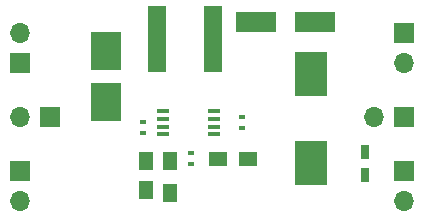
<source format=gbr>
G04 #@! TF.FileFunction,Soldermask,Top*
%FSLAX46Y46*%
G04 Gerber Fmt 4.6, Leading zero omitted, Abs format (unit mm)*
G04 Created by KiCad (PCBNEW 4.0.7) date 11/01/17 14:12:36*
%MOMM*%
%LPD*%
G01*
G04 APERTURE LIST*
%ADD10C,0.076200*%
%ADD11R,1.100000X0.400000*%
%ADD12R,1.500000X1.250000*%
%ADD13R,1.250000X1.500000*%
%ADD14R,0.750000X1.200000*%
%ADD15R,3.500000X1.800000*%
%ADD16R,0.600000X0.400000*%
%ADD17R,1.300000X1.500000*%
%ADD18R,1.700000X1.700000*%
%ADD19O,1.700000X1.700000*%
%ADD20R,2.500000X3.200000*%
%ADD21R,2.700000X3.750000*%
%ADD22R,1.600000X5.700000*%
G04 APERTURE END LIST*
D10*
D11*
X176412000Y-106213000D03*
X176412000Y-106863000D03*
X176412000Y-107513000D03*
X176412000Y-108163000D03*
X180712000Y-108163000D03*
X180712000Y-107513000D03*
X180712000Y-106863000D03*
X180712000Y-106213000D03*
D12*
X181122000Y-110236000D03*
X183622000Y-110236000D03*
D13*
X175006000Y-112883000D03*
X175006000Y-110383000D03*
D14*
X193548000Y-111567000D03*
X193548000Y-109667000D03*
D15*
X189317000Y-98679000D03*
X184317000Y-98679000D03*
D16*
X183134000Y-107638000D03*
X183134000Y-106738000D03*
X178816000Y-109786000D03*
X178816000Y-110686000D03*
D17*
X177038000Y-113110000D03*
X177038000Y-110410000D03*
D16*
X174752000Y-107119000D03*
X174752000Y-108019000D03*
D18*
X164338000Y-102108000D03*
D19*
X164338000Y-99568000D03*
D18*
X196850000Y-99568000D03*
D19*
X196850000Y-102108000D03*
D20*
X171577000Y-101092000D03*
X171577000Y-105392000D03*
D21*
X188976000Y-103032000D03*
X188976000Y-110582000D03*
D22*
X180658000Y-100076000D03*
X175958000Y-100076000D03*
D18*
X164338000Y-111252000D03*
D19*
X164338000Y-113792000D03*
D18*
X196850000Y-111252000D03*
D19*
X196850000Y-113792000D03*
D18*
X166878000Y-106680000D03*
D19*
X164338000Y-106680000D03*
D18*
X196850000Y-106680000D03*
D19*
X194310000Y-106680000D03*
M02*

</source>
